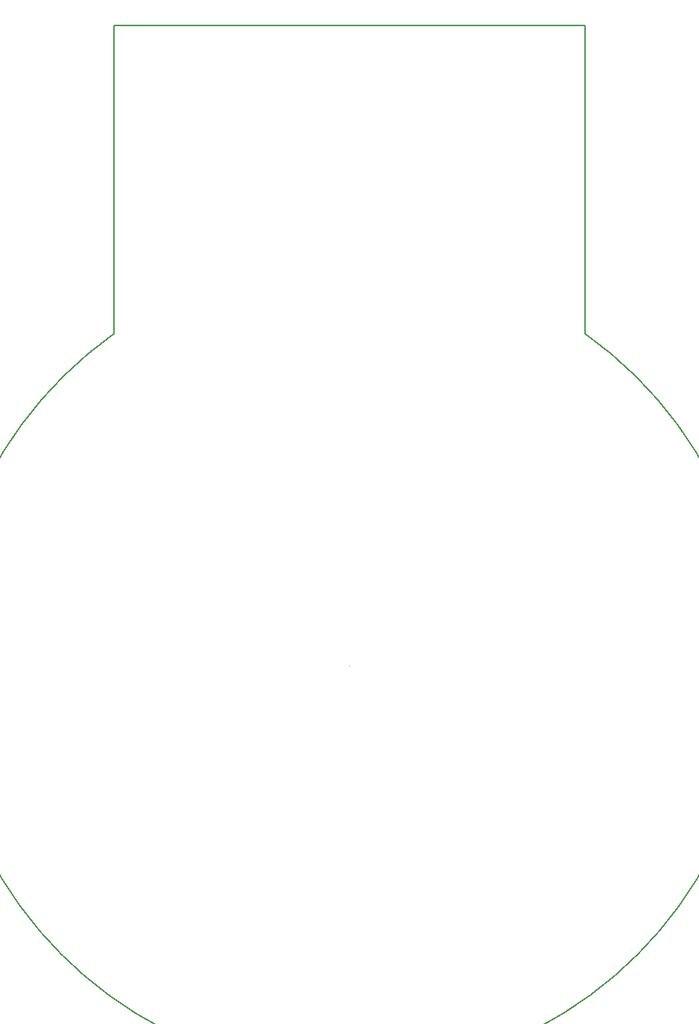
<source format=gbr>
%TF.GenerationSoftware,KiCad,Pcbnew,7.0.2*%
%TF.CreationDate,2023-11-03T12:42:45-06:00*%
%TF.ProjectId,KF50_DB25_PinHeader,4b463530-5f44-4423-9235-5f50696e4865,rev?*%
%TF.SameCoordinates,Original*%
%TF.FileFunction,Profile,NP*%
%FSLAX46Y46*%
G04 Gerber Fmt 4.6, Leading zero omitted, Abs format (unit mm)*
G04 Created by KiCad (PCBNEW 7.0.2) date 2023-11-03 12:42:45*
%MOMM*%
%LPD*%
G01*
G04 APERTURE LIST*
%TA.AperFunction,Profile*%
%ADD10C,0.010050*%
%TD*%
%TA.AperFunction,Profile*%
%ADD11C,0.200000*%
%TD*%
G04 APERTURE END LIST*
D10*
X5025Y0D02*
G75*
G03*
X5025Y0I-5025J0D01*
G01*
D11*
X-27500000Y38729833D02*
X-27500000Y74676000D01*
X27500000Y74676000D02*
X27500000Y38729833D01*
X-27500000Y74676000D02*
X27500000Y74676000D01*
X-27500000Y38729832D02*
G75*
G03*
X27500000Y38729832I27500000J-38729832D01*
G01*
M02*

</source>
